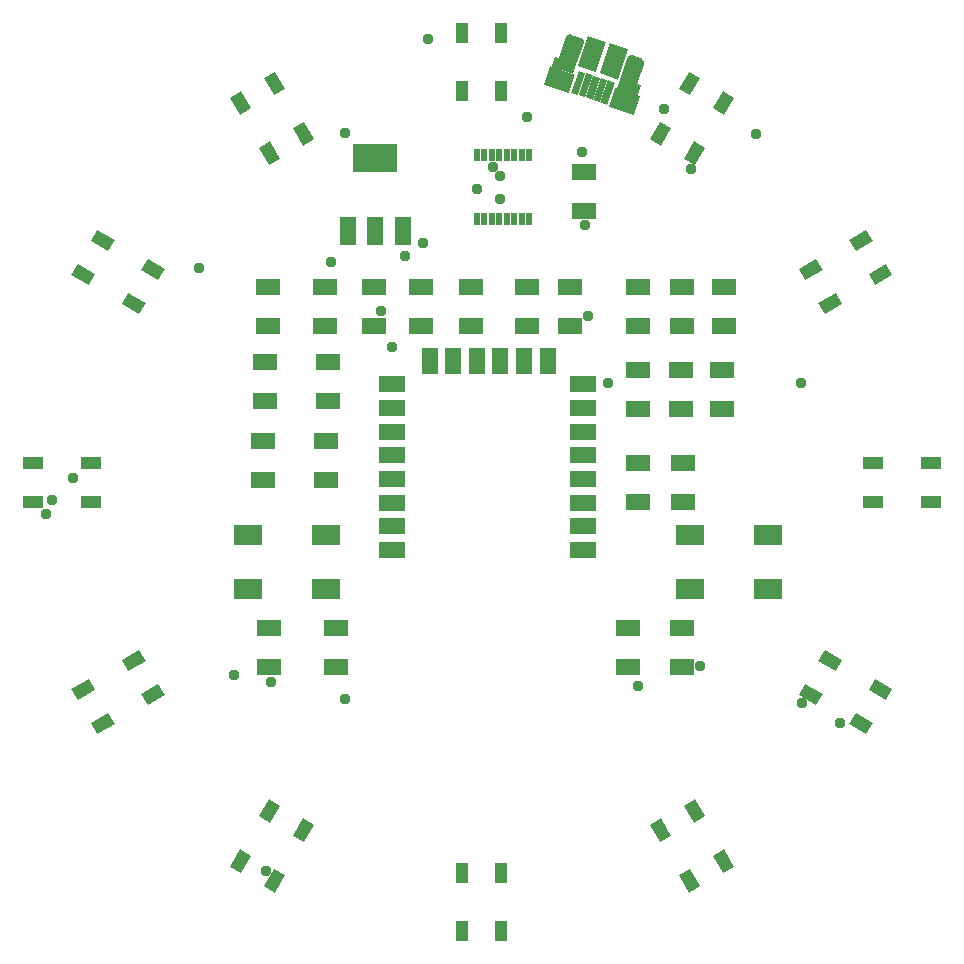
<source format=gbr>
G04 EAGLE Gerber RS-274X export*
G75*
%MOMM*%
%FSLAX34Y34*%
%LPD*%
%INSoldermask Top*%
%IPPOS*%
%AMOC8*
5,1,8,0,0,1.08239X$1,22.5*%
G01*
%ADD10R,2.108200X1.473200*%
%ADD11R,0.609600X1.117600*%
%ADD12R,1.703200X1.103200*%
%ADD13R,1.103200X1.703200*%
%ADD14R,2.489200X1.727200*%
%ADD15R,2.203200X1.403200*%
%ADD16R,1.403200X2.203200*%
%ADD17R,1.422400X2.438400*%
%ADD18R,3.803200X2.403200*%
%ADD19R,1.953200X0.603200*%
%ADD20R,1.663200X2.203200*%
%ADD21R,2.703200X1.628200*%
%ADD22C,0.959600*%

G36*
X77052Y345740D02*
X77052Y345740D01*
X77057Y345739D01*
X77148Y345767D01*
X77240Y345792D01*
X77244Y345796D01*
X77249Y345797D01*
X77322Y345858D01*
X77397Y345917D01*
X77399Y345921D01*
X77403Y345925D01*
X77490Y346083D01*
X86102Y371672D01*
X86105Y371699D01*
X86117Y371727D01*
X86259Y372384D01*
X86259Y372433D01*
X86270Y372497D01*
X86262Y373169D01*
X86252Y373217D01*
X86248Y373281D01*
X86091Y373934D01*
X86070Y373979D01*
X86052Y374041D01*
X85753Y374643D01*
X85723Y374682D01*
X85692Y374738D01*
X85267Y375259D01*
X85228Y375290D01*
X85185Y375338D01*
X84655Y375750D01*
X84611Y375772D01*
X84558Y375810D01*
X83949Y376094D01*
X83924Y376100D01*
X83897Y376115D01*
X76322Y378664D01*
X75586Y378936D01*
X75537Y378944D01*
X75476Y378964D01*
X74691Y379066D01*
X74642Y379063D01*
X74577Y379068D01*
X73789Y378994D01*
X73742Y378979D01*
X73678Y378970D01*
X72926Y378722D01*
X72883Y378698D01*
X72823Y378675D01*
X72145Y378265D01*
X72109Y378232D01*
X72055Y378196D01*
X71486Y377646D01*
X71457Y377606D01*
X71413Y377559D01*
X70980Y376896D01*
X70960Y376846D01*
X70924Y376780D01*
X65026Y359253D01*
X62663Y360049D01*
X62658Y360049D01*
X62653Y360052D01*
X62559Y360062D01*
X62464Y360074D01*
X62459Y360072D01*
X62454Y360073D01*
X62363Y360045D01*
X62271Y360020D01*
X62267Y360017D01*
X62262Y360015D01*
X62189Y359955D01*
X62114Y359895D01*
X62111Y359891D01*
X62107Y359887D01*
X62020Y359730D01*
X59469Y352147D01*
X59468Y352142D01*
X59466Y352138D01*
X59456Y352044D01*
X59444Y351949D01*
X59445Y351943D01*
X59445Y351938D01*
X59472Y351847D01*
X59498Y351755D01*
X59501Y351751D01*
X59502Y351746D01*
X59563Y351673D01*
X59622Y351598D01*
X59627Y351596D01*
X59630Y351592D01*
X59788Y351505D01*
X76848Y345764D01*
X76853Y345763D01*
X76857Y345760D01*
X76951Y345750D01*
X77046Y345738D01*
X77052Y345740D01*
G37*
G36*
X132022Y327240D02*
X132022Y327240D01*
X132027Y327240D01*
X132118Y327267D01*
X132210Y327293D01*
X132214Y327296D01*
X132219Y327297D01*
X132292Y327358D01*
X132367Y327417D01*
X132370Y327422D01*
X132374Y327425D01*
X132461Y327583D01*
X135012Y335165D01*
X135013Y335170D01*
X135016Y335175D01*
X135025Y335269D01*
X135038Y335364D01*
X135036Y335369D01*
X135037Y335374D01*
X135009Y335465D01*
X134984Y335557D01*
X134980Y335561D01*
X134979Y335566D01*
X134918Y335639D01*
X134859Y335714D01*
X134855Y335717D01*
X134851Y335721D01*
X134693Y335808D01*
X131383Y336922D01*
X136963Y353501D01*
X136966Y353527D01*
X136978Y353556D01*
X137167Y354431D01*
X137167Y354481D01*
X137178Y354544D01*
X137167Y355440D01*
X137157Y355488D01*
X137153Y355553D01*
X136943Y356423D01*
X136922Y356468D01*
X136905Y356530D01*
X136506Y357332D01*
X136476Y357371D01*
X136445Y357428D01*
X135878Y358121D01*
X135840Y358153D01*
X135797Y358201D01*
X135090Y358751D01*
X135045Y358773D01*
X134993Y358810D01*
X134181Y359189D01*
X134155Y359195D01*
X134128Y359210D01*
X127494Y361443D01*
X127441Y361450D01*
X127368Y361468D01*
X126578Y361524D01*
X126529Y361518D01*
X126465Y361519D01*
X125682Y361398D01*
X125636Y361381D01*
X125573Y361368D01*
X124837Y361076D01*
X124796Y361049D01*
X124737Y361022D01*
X124085Y360573D01*
X124050Y360538D01*
X123999Y360499D01*
X123463Y359916D01*
X123437Y359874D01*
X123396Y359825D01*
X123003Y359137D01*
X122987Y359090D01*
X122958Y359033D01*
X122730Y358282D01*
X114439Y333648D01*
X114439Y333643D01*
X114436Y333638D01*
X114426Y333544D01*
X114414Y333449D01*
X114416Y333444D01*
X114415Y333439D01*
X114442Y333348D01*
X114468Y333256D01*
X114471Y333252D01*
X114473Y333247D01*
X114533Y333173D01*
X114593Y333099D01*
X114597Y333096D01*
X114600Y333092D01*
X114758Y333005D01*
X131818Y327264D01*
X131823Y327263D01*
X131828Y327261D01*
X131922Y327251D01*
X132017Y327239D01*
X132022Y327240D01*
G37*
D10*
X-91690Y165468D03*
X-91690Y132448D03*
X74815Y165468D03*
X74815Y132448D03*
X205261Y132448D03*
X205261Y165468D03*
X-131681Y2116D03*
X-131681Y35136D03*
X-132987Y132448D03*
X-132987Y165468D03*
X-130300Y68268D03*
X-130300Y101288D03*
X202832Y94944D03*
X202832Y61924D03*
X-181387Y165468D03*
X-181387Y132448D03*
D11*
X-4523Y222554D03*
X1827Y222554D03*
X8177Y222554D03*
X14527Y222554D03*
X20877Y222554D03*
X27227Y222554D03*
X33577Y222554D03*
X39927Y222554D03*
X39927Y276910D03*
X33577Y276910D03*
X27227Y276910D03*
X20877Y276910D03*
X14527Y276910D03*
X8177Y276910D03*
X1827Y276910D03*
X-4523Y276910D03*
D12*
X380100Y-16500D03*
X380100Y16500D03*
X331100Y-16500D03*
X331100Y16500D03*
D13*
X-16500Y-380100D03*
X16500Y-380100D03*
X-16500Y-331100D03*
X16500Y-331100D03*
D12*
G36*
X176279Y-327293D02*
X184795Y-342043D01*
X175243Y-347559D01*
X166727Y-332809D01*
X176279Y-327293D01*
G37*
G36*
X204857Y-310793D02*
X213373Y-325543D01*
X203821Y-331059D01*
X195305Y-316309D01*
X204857Y-310793D01*
G37*
G36*
X151779Y-284858D02*
X160295Y-299608D01*
X150743Y-305124D01*
X142227Y-290374D01*
X151779Y-284858D01*
G37*
G36*
X180357Y-268358D02*
X188873Y-283108D01*
X179321Y-288624D01*
X170805Y-273874D01*
X180357Y-268358D01*
G37*
G36*
X316309Y-195305D02*
X331059Y-203821D01*
X325543Y-213373D01*
X310793Y-204857D01*
X316309Y-195305D01*
G37*
G36*
X332809Y-166727D02*
X347559Y-175243D01*
X342043Y-184795D01*
X327293Y-176279D01*
X332809Y-166727D01*
G37*
G36*
X273874Y-170805D02*
X288624Y-179321D01*
X283108Y-188873D01*
X268358Y-180357D01*
X273874Y-170805D01*
G37*
G36*
X290374Y-142227D02*
X305124Y-150743D01*
X299608Y-160295D01*
X284858Y-151779D01*
X290374Y-142227D01*
G37*
G36*
X327293Y176279D02*
X342043Y184795D01*
X347559Y175243D01*
X332809Y166727D01*
X327293Y176279D01*
G37*
G36*
X310793Y204857D02*
X325543Y213373D01*
X331059Y203821D01*
X316309Y195305D01*
X310793Y204857D01*
G37*
G36*
X284858Y151779D02*
X299608Y160295D01*
X305124Y150743D01*
X290374Y142227D01*
X284858Y151779D01*
G37*
G36*
X268358Y180357D02*
X283108Y188873D01*
X288624Y179321D01*
X273874Y170805D01*
X268358Y180357D01*
G37*
G36*
X195305Y316309D02*
X203821Y331059D01*
X213373Y325543D01*
X204857Y310793D01*
X195305Y316309D01*
G37*
G36*
X166727Y332809D02*
X175243Y347559D01*
X184795Y342043D01*
X176279Y327293D01*
X166727Y332809D01*
G37*
G36*
X170805Y273874D02*
X179321Y288624D01*
X188873Y283108D01*
X180357Y268358D01*
X170805Y273874D01*
G37*
G36*
X142227Y290374D02*
X150743Y305124D01*
X160295Y299608D01*
X151779Y284858D01*
X142227Y290374D01*
G37*
D13*
X16500Y380100D03*
X-16500Y380100D03*
X16500Y331100D03*
X-16500Y331100D03*
D12*
G36*
X-176279Y327293D02*
X-184795Y342043D01*
X-175243Y347559D01*
X-166727Y332809D01*
X-176279Y327293D01*
G37*
G36*
X-204857Y310793D02*
X-213373Y325543D01*
X-203821Y331059D01*
X-195305Y316309D01*
X-204857Y310793D01*
G37*
G36*
X-151779Y284858D02*
X-160295Y299608D01*
X-150743Y305124D01*
X-142227Y290374D01*
X-151779Y284858D01*
G37*
G36*
X-180357Y268358D02*
X-188873Y283108D01*
X-179321Y288624D01*
X-170805Y273874D01*
X-180357Y268358D01*
G37*
G36*
X-316309Y195305D02*
X-331059Y203821D01*
X-325543Y213373D01*
X-310793Y204857D01*
X-316309Y195305D01*
G37*
G36*
X-332809Y166727D02*
X-347559Y175243D01*
X-342043Y184795D01*
X-327293Y176279D01*
X-332809Y166727D01*
G37*
G36*
X-273874Y170805D02*
X-288624Y179321D01*
X-283108Y188873D01*
X-268358Y180357D01*
X-273874Y170805D01*
G37*
G36*
X-290374Y142227D02*
X-305124Y150743D01*
X-299608Y160295D01*
X-284858Y151779D01*
X-290374Y142227D01*
G37*
X-380100Y16500D03*
X-380100Y-16500D03*
X-331100Y16500D03*
X-331100Y-16500D03*
G36*
X-327293Y-176279D02*
X-342043Y-184795D01*
X-347559Y-175243D01*
X-332809Y-166727D01*
X-327293Y-176279D01*
G37*
G36*
X-310793Y-204857D02*
X-325543Y-213373D01*
X-331059Y-203821D01*
X-316309Y-195305D01*
X-310793Y-204857D01*
G37*
G36*
X-284858Y-151779D02*
X-299608Y-160295D01*
X-305124Y-150743D01*
X-290374Y-142227D01*
X-284858Y-151779D01*
G37*
G36*
X-268358Y-180357D02*
X-283108Y-188873D01*
X-288624Y-179321D01*
X-273874Y-170805D01*
X-268358Y-180357D01*
G37*
G36*
X-195305Y-316309D02*
X-203821Y-331059D01*
X-213373Y-325543D01*
X-204857Y-310793D01*
X-195305Y-316309D01*
G37*
G36*
X-166727Y-332809D02*
X-175243Y-347559D01*
X-184795Y-342043D01*
X-176279Y-327293D01*
X-166727Y-332809D01*
G37*
G36*
X-170805Y-273874D02*
X-179321Y-288624D01*
X-188873Y-283108D01*
X-180357Y-268358D01*
X-170805Y-273874D01*
G37*
G36*
X-142227Y-290374D02*
X-150743Y-305124D01*
X-160295Y-299608D01*
X-151779Y-284858D01*
X-142227Y-290374D01*
G37*
D10*
X86176Y229698D03*
X86176Y262718D03*
X-123400Y-123342D03*
X-123400Y-156362D03*
X-185190Y35136D03*
X-185190Y2116D03*
X132444Y-16474D03*
X132444Y16546D03*
X37754Y132448D03*
X37754Y165468D03*
X-51206Y165468D03*
X-51206Y132448D03*
X132225Y165468D03*
X132225Y132448D03*
X169714Y165468D03*
X169714Y132448D03*
X-183841Y101288D03*
X-183841Y68268D03*
X169470Y-123342D03*
X169470Y-156362D03*
X123334Y-123342D03*
X123334Y-156362D03*
X-179986Y-123342D03*
X-179986Y-156362D03*
D14*
X176328Y-44814D03*
X242368Y-44814D03*
X176328Y-90534D03*
X242368Y-90534D03*
X-131627Y-90534D03*
X-197667Y-90534D03*
X-131627Y-44814D03*
X-197667Y-44814D03*
D15*
X85634Y82645D03*
X85634Y62645D03*
X85634Y42645D03*
X85634Y22645D03*
X85634Y2645D03*
X85634Y-17355D03*
X85634Y-37355D03*
X85634Y-57355D03*
X-76366Y82645D03*
X-76366Y62645D03*
X-76366Y42645D03*
X-76366Y22645D03*
X-76366Y2645D03*
X-76366Y-17355D03*
X-76366Y-37355D03*
X-76366Y-57355D03*
D16*
X-24366Y102645D03*
X55634Y102645D03*
X35634Y102645D03*
X-44366Y102645D03*
X15634Y102645D03*
X-4366Y102645D03*
D10*
X-9671Y132448D03*
X-9671Y165468D03*
X168820Y61924D03*
X168820Y94944D03*
X132112Y61924D03*
X132112Y94944D03*
X170167Y16546D03*
X170167Y-16474D03*
D17*
X-113433Y212328D03*
X-90319Y212328D03*
X-67205Y212328D03*
D18*
X-90319Y274306D03*
D19*
G36*
X87998Y325649D02*
X94227Y344159D01*
X99944Y342235D01*
X93715Y323725D01*
X87998Y325649D01*
G37*
G36*
X94159Y323575D02*
X100388Y342085D01*
X106105Y340161D01*
X99876Y321651D01*
X94159Y323575D01*
G37*
G36*
X75677Y329795D02*
X81906Y348305D01*
X87623Y346381D01*
X81394Y327871D01*
X75677Y329795D01*
G37*
G36*
X81838Y327722D02*
X88067Y346232D01*
X93784Y344308D01*
X87555Y325798D01*
X81838Y327722D01*
G37*
D20*
G36*
X52516Y336218D02*
X57821Y351980D01*
X78702Y344952D01*
X73397Y329190D01*
X52516Y336218D01*
G37*
G36*
X107486Y317718D02*
X112791Y333480D01*
X133672Y326452D01*
X128367Y310690D01*
X107486Y317718D01*
G37*
D21*
G36*
X99600Y346011D02*
X108222Y371630D01*
X123652Y366437D01*
X115030Y340818D01*
X99600Y346011D01*
G37*
G36*
X81355Y352151D02*
X89977Y377770D01*
X105407Y372577D01*
X96785Y346958D01*
X81355Y352151D01*
G37*
D19*
G36*
X100319Y321502D02*
X106548Y340012D01*
X112265Y338088D01*
X106036Y319578D01*
X100319Y321502D01*
G37*
D22*
X15240Y259080D03*
X15240Y239268D03*
X-76200Y114300D03*
X-85344Y144780D03*
X-128119Y186688D03*
X-65411Y191545D03*
X84294Y279216D03*
X89916Y140208D03*
X-4572Y248412D03*
X-50292Y202692D03*
X9144Y266700D03*
X86868Y217932D03*
X106680Y83820D03*
X269748Y83820D03*
X303276Y-204216D03*
X-345948Y3048D03*
X-364236Y-15240D03*
X184404Y-155448D03*
X-116368Y-183439D03*
X131948Y-172273D03*
X232068Y294783D03*
X38100Y309372D03*
X-239268Y181356D03*
X-45720Y374904D03*
X-210312Y-163068D03*
X176784Y265176D03*
X-178308Y-169164D03*
X-368808Y-27432D03*
X-182880Y-329184D03*
X271272Y-187452D03*
X-115824Y295656D03*
X153924Y315468D03*
M02*

</source>
